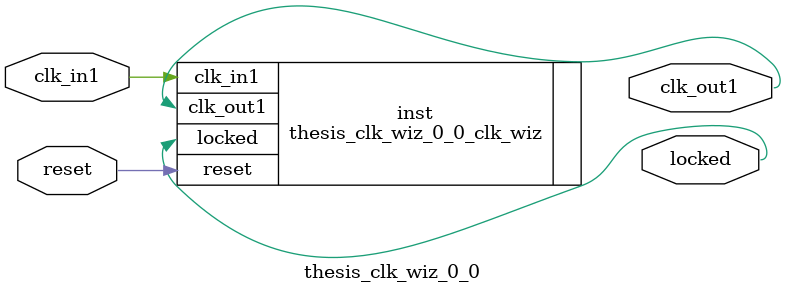
<source format=v>


`timescale 1ps/1ps

(* CORE_GENERATION_INFO = "thesis_clk_wiz_0_0,clk_wiz_v6_0_14_0_0,{component_name=thesis_clk_wiz_0_0,use_phase_alignment=true,use_min_o_jitter=false,use_max_i_jitter=false,use_dyn_phase_shift=false,use_inclk_switchover=false,use_dyn_reconfig=false,enable_axi=0,feedback_source=FDBK_AUTO,PRIMITIVE=MMCM,num_out_clk=1,clkin1_period=8.000,clkin2_period=10.000,use_power_down=false,use_reset=true,use_locked=true,use_inclk_stopped=false,feedback_type=SINGLE,CLOCK_MGR_TYPE=NA,manual_override=false}" *)

module thesis_clk_wiz_0_0 
 (
  // Clock out ports
  output        clk_out1,
  // Status and control signals
  input         reset,
  output        locked,
 // Clock in ports
  input         clk_in1
 );

  thesis_clk_wiz_0_0_clk_wiz inst
  (
  // Clock out ports  
  .clk_out1(clk_out1),
  // Status and control signals               
  .reset(reset), 
  .locked(locked),
 // Clock in ports
  .clk_in1(clk_in1)
  );

endmodule

</source>
